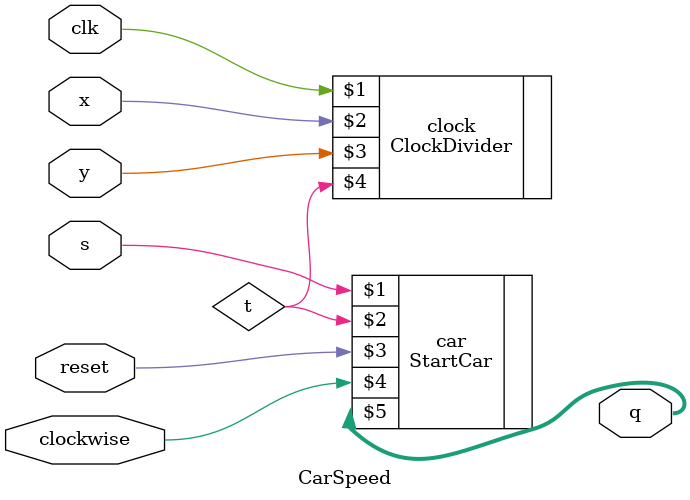
<source format=sv>
`timescale 1ns / 1ps


module CarSpeed(input logic x, y, s, clk, reset, clockwise,
                output logic [3:0] q);
                
    logic t;
    
    ClockDivider clock(clk, x, y, t);
    StartCar car(s, t, reset, clockwise, q);
    
endmodule
</source>
